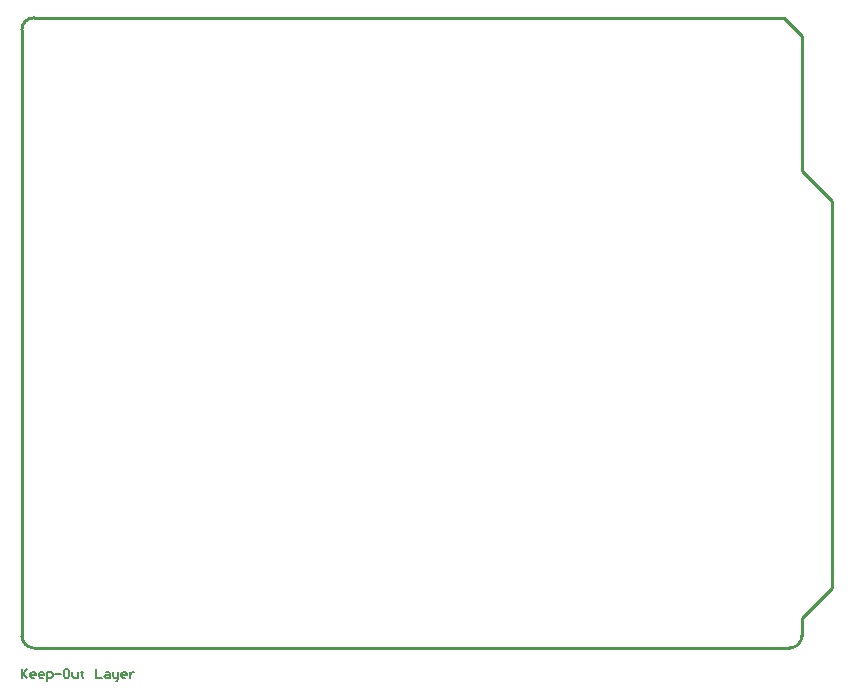
<source format=gko>
%FSTAX25Y25*%
%MOIN*%
G70*
G01*
G75*
G04 Layer_Color=16711935*
%ADD10O,0.07087X0.01181*%
%ADD11O,0.01181X0.07087*%
%ADD12O,0.07284X0.01378*%
%ADD13R,0.08071X0.02756*%
%ADD14R,0.01772X0.02165*%
%ADD15R,0.03150X0.03150*%
%ADD16R,0.02165X0.01772*%
%ADD17R,0.02756X0.03543*%
%ADD18R,0.03543X0.02756*%
%ADD19R,0.02047X0.02047*%
%ADD20R,0.02047X0.02047*%
%ADD21C,0.00700*%
%ADD22C,0.01000*%
%ADD23C,0.00669*%
%ADD24C,0.00500*%
%ADD25C,0.02000*%
%ADD26C,0.03000*%
%ADD27C,0.06000*%
%ADD28O,0.15748X0.07874*%
%ADD29O,0.07874X0.15748*%
%ADD30O,0.07874X0.17716*%
%ADD31R,0.05906X0.05906*%
%ADD32C,0.05906*%
%ADD33R,0.05906X0.05906*%
%ADD34P,0.06711X8X112.5*%
%ADD35O,0.05600X0.11200*%
%ADD36C,0.12600*%
%ADD37C,0.01969*%
%ADD38C,0.02800*%
%ADD39C,0.01600*%
%ADD40C,0.01595*%
%ADD41C,0.05000*%
%ADD42C,0.04000*%
%ADD43R,0.70200X0.25400*%
%ADD44C,0.07550*%
%ADD45O,0.15811X0.07937*%
%ADD46O,0.07937X0.15811*%
%ADD47O,0.07937X0.17779*%
%ADD48C,0.07543*%
G04:AMPARAMS|DCode=49|XSize=95.433mil|YSize=95.433mil|CornerRadius=0mil|HoleSize=0mil|Usage=FLASHONLY|Rotation=0.000|XOffset=0mil|YOffset=0mil|HoleType=Round|Shape=Relief|Width=10mil|Gap=10mil|Entries=4|*
%AMTHD49*
7,0,0,0.09543,0.07543,0.01000,45*
%
%ADD49THD49*%
G04:AMPARAMS|DCode=50|XSize=95.5mil|YSize=95.5mil|CornerRadius=0mil|HoleSize=0mil|Usage=FLASHONLY|Rotation=0.000|XOffset=0mil|YOffset=0mil|HoleType=Round|Shape=Relief|Width=10mil|Gap=10mil|Entries=4|*
%AMTHD50*
7,0,0,0.09550,0.07550,0.01000,45*
%
%ADD50THD50*%
%ADD51C,0.07800*%
%ADD52C,0.07400*%
%ADD53C,0.16600*%
%ADD54C,0.05600*%
G04:AMPARAMS|DCode=55|XSize=70mil|YSize=70mil|CornerRadius=0mil|HoleSize=0mil|Usage=FLASHONLY|Rotation=0.000|XOffset=0mil|YOffset=0mil|HoleType=Round|Shape=Relief|Width=10mil|Gap=10mil|Entries=4|*
%AMTHD55*
7,0,0,0.07000,0.05000,0.01000,45*
%
%ADD55THD55*%
%ADD56C,0.06800*%
%AMTHOVALD57*
21,1,0.07874,0.09937,0,0,180.0*
1,1,0.09937,0.03937,0.00000*
1,1,0.09937,-0.03937,0.00000*
21,0,0.07874,0.07937,0,0,180.0*
1,0,0.07937,0.03937,0.00000*
1,0,0.07937,-0.03937,0.00000*
4,0,4,0.03583,0.00354,0.07097,0.03867,0.07804,0.03160,0.04291,-0.00354,0.03583,0.00354,0.0*
4,0,4,-0.04291,0.00354,-0.07804,-0.03160,-0.07097,-0.03867,-0.03583,-0.00354,-0.04291,0.00354,0.0*
4,0,4,0.04291,0.00354,0.07804,-0.03160,0.07097,-0.03867,0.03583,-0.00354,0.04291,0.00354,0.0*
4,0,4,-0.03583,0.00354,-0.07097,0.03867,-0.07804,0.03160,-0.04291,-0.00354,-0.03583,0.00354,0.0*
%
%ADD57THOVALD57*%

%AMTHOVALD58*
21,1,0.07874,0.09937,0,0,270.0*
1,1,0.09937,0.00000,0.03937*
1,1,0.09937,0.00000,-0.03937*
21,0,0.07874,0.07937,0,0,270.0*
1,0,0.07937,0.00000,0.03937*
1,0,0.07937,0.00000,-0.03937*
4,0,4,-0.00354,0.03583,-0.03867,0.07097,-0.03160,0.07804,0.00354,0.04291,-0.00354,0.03583,0.0*
4,0,4,-0.00354,-0.04291,0.03160,-0.07804,0.03867,-0.07097,0.00354,-0.03583,-0.00354,-0.04291,0.0*
4,0,4,-0.00354,0.04291,0.03160,0.07804,0.03867,0.07097,0.00354,0.03583,-0.00354,0.04291,0.0*
4,0,4,-0.00354,-0.03583,-0.03867,-0.07097,-0.03160,-0.07804,0.00354,-0.04291,-0.00354,-0.03583,0.0*
%
%ADD58THOVALD58*%

G04:AMPARAMS|DCode=59|XSize=98mil|YSize=98mil|CornerRadius=0mil|HoleSize=0mil|Usage=FLASHONLY|Rotation=0.000|XOffset=0mil|YOffset=0mil|HoleType=Round|Shape=Relief|Width=10mil|Gap=10mil|Entries=4|*
%AMTHD59*
7,0,0,0.09800,0.07800,0.01000,45*
%
%ADD59THD59*%
G04:AMPARAMS|DCode=60|XSize=94mil|YSize=94mil|CornerRadius=0mil|HoleSize=0mil|Usage=FLASHONLY|Rotation=0.000|XOffset=0mil|YOffset=0mil|HoleType=Round|Shape=Relief|Width=10mil|Gap=10mil|Entries=4|*
%AMTHD60*
7,0,0,0.09400,0.07400,0.01000,45*
%
%ADD60THD60*%
G04:AMPARAMS|DCode=61|XSize=76mil|YSize=76mil|CornerRadius=0mil|HoleSize=0mil|Usage=FLASHONLY|Rotation=0.000|XOffset=0mil|YOffset=0mil|HoleType=Round|Shape=Relief|Width=10mil|Gap=10mil|Entries=4|*
%AMTHD61*
7,0,0,0.07600,0.05600,0.01000,45*
%
%ADD61THD61*%
G04:AMPARAMS|DCode=62|XSize=88mil|YSize=88mil|CornerRadius=0mil|HoleSize=0mil|Usage=FLASHONLY|Rotation=0.000|XOffset=0mil|YOffset=0mil|HoleType=Round|Shape=Relief|Width=10mil|Gap=10mil|Entries=4|*
%AMTHD62*
7,0,0,0.08800,0.06800,0.01000,45*
%
%ADD62THD62*%
%ADD63O,0.01378X0.04724*%
%ADD64R,0.07480X0.03150*%
%ADD65R,0.07480X0.12205*%
%ADD66R,0.06299X0.02559*%
%ADD67R,0.08661X0.11811*%
%ADD68R,0.01969X0.01181*%
%ADD69C,0.01181*%
%ADD70R,0.03543X0.04724*%
%ADD71R,0.06693X0.06614*%
%ADD72R,0.08661X0.07874*%
%ADD73C,0.05000*%
%ADD74C,0.01300*%
%ADD75C,0.01500*%
%ADD76R,0.29232X0.31693*%
%ADD77C,0.02362*%
%ADD78C,0.00984*%
%ADD79C,0.00787*%
%ADD80C,0.00600*%
%ADD81C,0.01200*%
%ADD82C,0.00400*%
%ADD83O,0.07487X0.01581*%
%ADD84O,0.01581X0.07487*%
%ADD85O,0.07684X0.01778*%
%ADD86R,0.08471X0.03156*%
%ADD87R,0.02172X0.02565*%
%ADD88R,0.03550X0.03550*%
%ADD89R,0.02565X0.02172*%
%ADD90R,0.03156X0.03943*%
%ADD91R,0.03943X0.03156*%
%ADD92R,0.02447X0.02447*%
%ADD93R,0.02447X0.02447*%
%ADD94O,0.07287X0.01381*%
%ADD95O,0.01381X0.07287*%
%ADD96O,0.07484X0.01578*%
%ADD97R,0.08271X0.02956*%
%ADD98R,0.01972X0.02365*%
%ADD99R,0.03350X0.03350*%
%ADD100R,0.02365X0.01972*%
%ADD101R,0.02956X0.03743*%
%ADD102R,0.03743X0.02956*%
%ADD103R,0.02247X0.02247*%
%ADD104R,0.02247X0.02247*%
%ADD105C,0.06200*%
%ADD106O,0.15948X0.08074*%
%ADD107O,0.08074X0.15948*%
%ADD108O,0.08074X0.17916*%
%ADD109R,0.06106X0.06106*%
%ADD110C,0.06106*%
%ADD111R,0.06106X0.06106*%
%ADD112P,0.06927X8X112.5*%
%ADD113O,0.05800X0.11400*%
%ADD114C,0.12800*%
%ADD115C,0.02169*%
%ADD116C,0.03000*%
%ADD117C,0.01800*%
%ADD118C,0.01795*%
%ADD119C,0.05200*%
%ADD120O,0.01578X0.04924*%
%ADD121R,0.07680X0.03350*%
%ADD122R,0.07680X0.12405*%
%ADD123R,0.06499X0.02759*%
%ADD124R,0.09061X0.12211*%
%ADD125R,0.02369X0.01581*%
%ADD126C,0.01381*%
%ADD127R,0.03743X0.04924*%
%ADD128R,0.06893X0.06814*%
%ADD129R,0.08861X0.08074*%
%ADD130R,0.01969X0.01181*%
%ADD131R,0.03347X0.04921*%
%ADD132O,0.01778X0.05124*%
%ADD133R,0.07880X0.03550*%
%ADD134R,0.07880X0.12605*%
%ADD135R,0.06699X0.02959*%
%ADD136C,0.01581*%
%ADD137R,0.03943X0.05124*%
%ADD138R,0.07093X0.07014*%
%ADD139R,0.09061X0.08274*%
%ADD140C,0.03937*%
%ADD141C,0.07937*%
%ADD142C,0.00100*%
%ADD143C,0.00098*%
%ADD144C,0.00394*%
%ADD145R,0.01969X0.10236*%
%ADD146C,0.00197*%
%ADD147R,0.02000X0.02000*%
%ADD148C,0.00000*%
D22*
X0104Y031D02*
G03*
X01Y03061I-000005J-000395D01*
G01*
X03561Y01D02*
G03*
X036Y0104I-000005J000395D01*
G01*
X01D02*
G03*
X0104Y01I0004J0D01*
G01*
Y031D02*
X0354D01*
X036Y0304D01*
Y0259D02*
Y0304D01*
Y0259D02*
X037Y0249D01*
Y012D02*
Y0249D01*
X036Y011D02*
X037Y012D01*
X036Y0104D02*
Y011D01*
X0104Y01D02*
X03561D01*
X01Y0104D02*
Y03061D01*
D24*
Y0092799D02*
Y009D01*
Y0090933D01*
X0101866Y0092799D01*
X0100467Y00914D01*
X0101866Y009D01*
X0104199D02*
X0103266D01*
X0102799Y0090466D01*
Y00914D01*
X0103266Y0091866D01*
X0104199D01*
X0104665Y00914D01*
Y0090933D01*
X0102799D01*
X0106998Y009D02*
X0106065D01*
X0105598Y0090466D01*
Y00914D01*
X0106065Y0091866D01*
X0106998D01*
X0107464Y00914D01*
Y0090933D01*
X0105598D01*
X0108397Y0089067D02*
Y0091866D01*
X0109797D01*
X0110263Y00914D01*
Y0090466D01*
X0109797Y009D01*
X0108397D01*
X0111196Y00914D02*
X0113062D01*
X0115395Y0092799D02*
X0114462D01*
X0113996Y0092333D01*
Y0090466D01*
X0114462Y009D01*
X0115395D01*
X0115861Y0090466D01*
Y0092333D01*
X0115395Y0092799D01*
X0116795Y0091866D02*
Y0090466D01*
X0117261Y009D01*
X0118661D01*
Y0091866D01*
X012006Y0092333D02*
Y0091866D01*
X0119594D01*
X0120527D01*
X012006D01*
Y0090466D01*
X0120527Y009D01*
X0124725Y0092799D02*
Y009D01*
X0126591D01*
X0127991Y0091866D02*
X0128924D01*
X0129391Y00914D01*
Y009D01*
X0127991D01*
X0127524Y0090466D01*
X0127991Y0090933D01*
X0129391D01*
X0130324Y0091866D02*
Y0090466D01*
X013079Y009D01*
X013219D01*
Y0089534D01*
X0131723Y0089067D01*
X0131256D01*
X013219Y009D02*
Y0091866D01*
X0134522Y009D02*
X0133589D01*
X0133123Y0090466D01*
Y00914D01*
X0133589Y0091866D01*
X0134522D01*
X0134989Y00914D01*
Y0090933D01*
X0133123D01*
X0135922Y0091866D02*
Y009D01*
Y0090933D01*
X0136388Y00914D01*
X0136855Y0091866D01*
X0137321D01*
M02*

</source>
